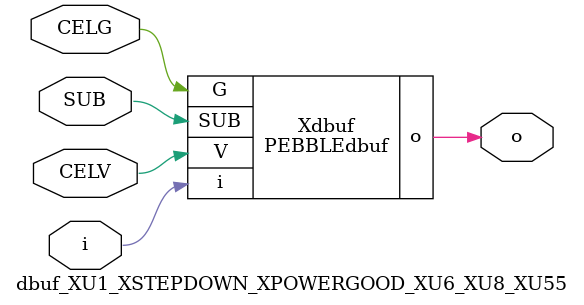
<source format=v>



module PEBBLEdbuf ( o, G, SUB, V, i );

  input V;
  input i;
  input G;
  output o;
  input SUB;
endmodule

//Celera Confidential Do Not Copy dbuf_XU1_XSTEPDOWN_XPOWERGOOD_XU6_XU8_XU55
//Celera Confidential Symbol Generator
//Digital Buffer
module dbuf_XU1_XSTEPDOWN_XPOWERGOOD_XU6_XU8_XU55 (CELV,CELG,i,o,SUB);
input CELV;
input CELG;
input i;
input SUB;
output o;

//Celera Confidential Do Not Copy dbuf
PEBBLEdbuf Xdbuf(
.V (CELV),
.i (i),
.o (o),
.SUB (SUB),
.G (CELG)
);
//,diesize,PEBBLEdbuf

//Celera Confidential Do Not Copy Module End
//Celera Schematic Generator
endmodule

</source>
